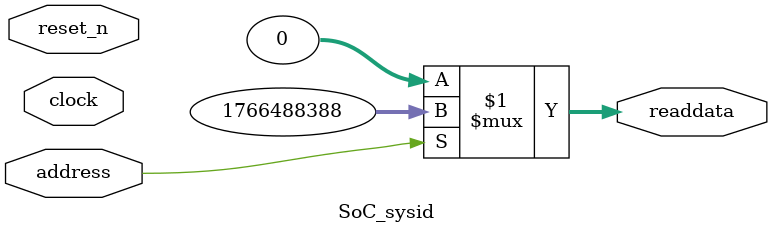
<source format=v>

`timescale 1ns / 1ps
// synthesis translate_on

// turn off superfluous verilog processor warnings 
// altera message_level Level1 
// altera message_off 10034 10035 10036 10037 10230 10240 10030 

module SoC_sysid (
               // inputs:
                address,
                clock,
                reset_n,

               // outputs:
                readdata
             )
;

  output  [ 31: 0] readdata;
  input            address;
  input            clock;
  input            reset_n;

  wire    [ 31: 0] readdata;
  //control_slave, which is an e_avalon_slave
  assign readdata = address ? 1766488388 : 0;

endmodule




</source>
